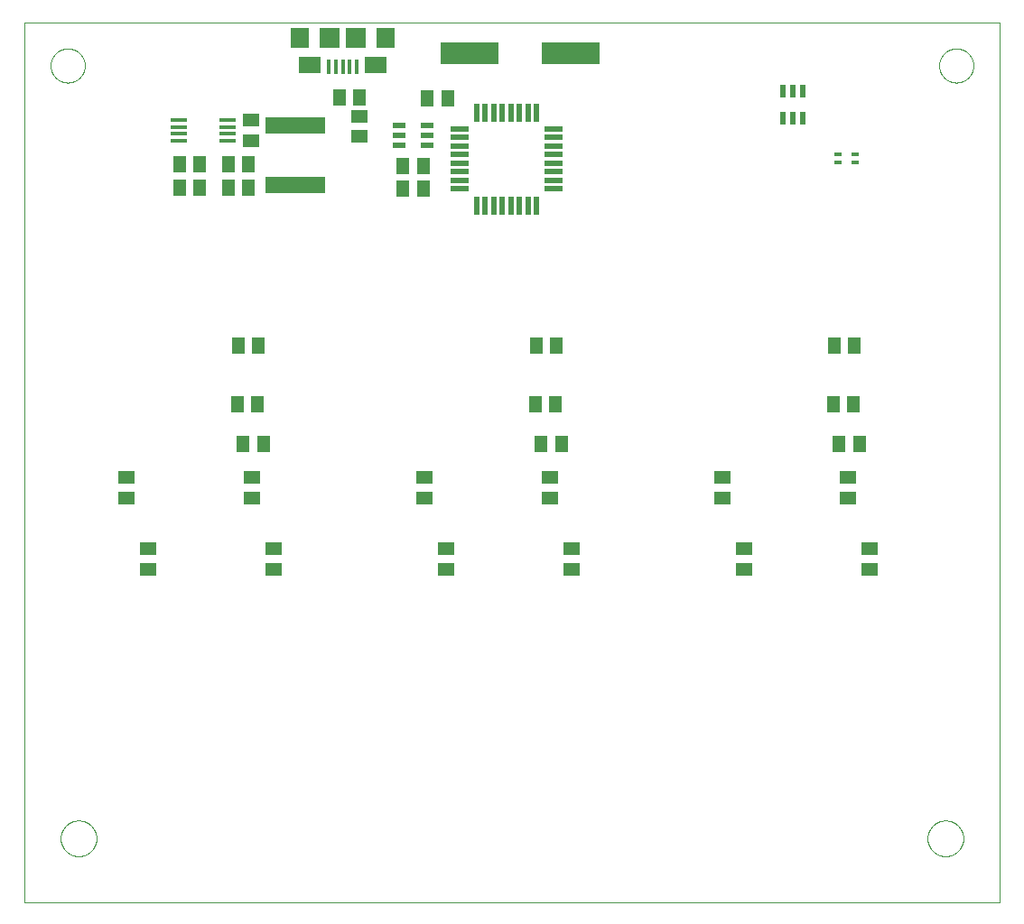
<source format=gtp>
G75*
%MOIN*%
%OFA0B0*%
%FSLAX25Y25*%
%IPPOS*%
%LPD*%
%AMOC8*
5,1,8,0,0,1.08239X$1,22.5*
%
%ADD10C,0.00000*%
%ADD11R,0.05118X0.05906*%
%ADD12R,0.01575X0.05315*%
%ADD13R,0.08268X0.06299*%
%ADD14R,0.07087X0.07480*%
%ADD15R,0.07480X0.07480*%
%ADD16R,0.05906X0.05118*%
%ADD17R,0.21654X0.07874*%
%ADD18R,0.06000X0.01772*%
%ADD19R,0.22441X0.06299*%
%ADD20R,0.07000X0.02000*%
%ADD21R,0.02000X0.07000*%
%ADD22R,0.03150X0.01575*%
%ADD23R,0.04724X0.02165*%
%ADD24R,0.02165X0.04724*%
D10*
X0001800Y0020033D02*
X0001800Y0345033D01*
X0361800Y0345033D01*
X0361800Y0020033D01*
X0001800Y0020033D01*
X0015200Y0043533D02*
X0015202Y0043695D01*
X0015208Y0043857D01*
X0015218Y0044019D01*
X0015232Y0044180D01*
X0015250Y0044341D01*
X0015271Y0044501D01*
X0015297Y0044661D01*
X0015327Y0044821D01*
X0015360Y0044979D01*
X0015398Y0045137D01*
X0015439Y0045293D01*
X0015484Y0045449D01*
X0015533Y0045603D01*
X0015586Y0045756D01*
X0015642Y0045908D01*
X0015702Y0046059D01*
X0015766Y0046208D01*
X0015834Y0046355D01*
X0015905Y0046500D01*
X0015979Y0046644D01*
X0016057Y0046786D01*
X0016139Y0046926D01*
X0016224Y0047064D01*
X0016312Y0047200D01*
X0016404Y0047333D01*
X0016499Y0047465D01*
X0016597Y0047594D01*
X0016698Y0047720D01*
X0016802Y0047844D01*
X0016910Y0047965D01*
X0017020Y0048084D01*
X0017133Y0048200D01*
X0017249Y0048313D01*
X0017368Y0048423D01*
X0017489Y0048531D01*
X0017613Y0048635D01*
X0017739Y0048736D01*
X0017868Y0048834D01*
X0018000Y0048929D01*
X0018133Y0049021D01*
X0018269Y0049109D01*
X0018407Y0049194D01*
X0018547Y0049276D01*
X0018689Y0049354D01*
X0018833Y0049428D01*
X0018978Y0049499D01*
X0019125Y0049567D01*
X0019274Y0049631D01*
X0019425Y0049691D01*
X0019577Y0049747D01*
X0019730Y0049800D01*
X0019884Y0049849D01*
X0020040Y0049894D01*
X0020196Y0049935D01*
X0020354Y0049973D01*
X0020512Y0050006D01*
X0020672Y0050036D01*
X0020832Y0050062D01*
X0020992Y0050083D01*
X0021153Y0050101D01*
X0021314Y0050115D01*
X0021476Y0050125D01*
X0021638Y0050131D01*
X0021800Y0050133D01*
X0021962Y0050131D01*
X0022124Y0050125D01*
X0022286Y0050115D01*
X0022447Y0050101D01*
X0022608Y0050083D01*
X0022768Y0050062D01*
X0022928Y0050036D01*
X0023088Y0050006D01*
X0023246Y0049973D01*
X0023404Y0049935D01*
X0023560Y0049894D01*
X0023716Y0049849D01*
X0023870Y0049800D01*
X0024023Y0049747D01*
X0024175Y0049691D01*
X0024326Y0049631D01*
X0024475Y0049567D01*
X0024622Y0049499D01*
X0024767Y0049428D01*
X0024911Y0049354D01*
X0025053Y0049276D01*
X0025193Y0049194D01*
X0025331Y0049109D01*
X0025467Y0049021D01*
X0025600Y0048929D01*
X0025732Y0048834D01*
X0025861Y0048736D01*
X0025987Y0048635D01*
X0026111Y0048531D01*
X0026232Y0048423D01*
X0026351Y0048313D01*
X0026467Y0048200D01*
X0026580Y0048084D01*
X0026690Y0047965D01*
X0026798Y0047844D01*
X0026902Y0047720D01*
X0027003Y0047594D01*
X0027101Y0047465D01*
X0027196Y0047333D01*
X0027288Y0047200D01*
X0027376Y0047064D01*
X0027461Y0046926D01*
X0027543Y0046786D01*
X0027621Y0046644D01*
X0027695Y0046500D01*
X0027766Y0046355D01*
X0027834Y0046208D01*
X0027898Y0046059D01*
X0027958Y0045908D01*
X0028014Y0045756D01*
X0028067Y0045603D01*
X0028116Y0045449D01*
X0028161Y0045293D01*
X0028202Y0045137D01*
X0028240Y0044979D01*
X0028273Y0044821D01*
X0028303Y0044661D01*
X0028329Y0044501D01*
X0028350Y0044341D01*
X0028368Y0044180D01*
X0028382Y0044019D01*
X0028392Y0043857D01*
X0028398Y0043695D01*
X0028400Y0043533D01*
X0028398Y0043371D01*
X0028392Y0043209D01*
X0028382Y0043047D01*
X0028368Y0042886D01*
X0028350Y0042725D01*
X0028329Y0042565D01*
X0028303Y0042405D01*
X0028273Y0042245D01*
X0028240Y0042087D01*
X0028202Y0041929D01*
X0028161Y0041773D01*
X0028116Y0041617D01*
X0028067Y0041463D01*
X0028014Y0041310D01*
X0027958Y0041158D01*
X0027898Y0041007D01*
X0027834Y0040858D01*
X0027766Y0040711D01*
X0027695Y0040566D01*
X0027621Y0040422D01*
X0027543Y0040280D01*
X0027461Y0040140D01*
X0027376Y0040002D01*
X0027288Y0039866D01*
X0027196Y0039733D01*
X0027101Y0039601D01*
X0027003Y0039472D01*
X0026902Y0039346D01*
X0026798Y0039222D01*
X0026690Y0039101D01*
X0026580Y0038982D01*
X0026467Y0038866D01*
X0026351Y0038753D01*
X0026232Y0038643D01*
X0026111Y0038535D01*
X0025987Y0038431D01*
X0025861Y0038330D01*
X0025732Y0038232D01*
X0025600Y0038137D01*
X0025467Y0038045D01*
X0025331Y0037957D01*
X0025193Y0037872D01*
X0025053Y0037790D01*
X0024911Y0037712D01*
X0024767Y0037638D01*
X0024622Y0037567D01*
X0024475Y0037499D01*
X0024326Y0037435D01*
X0024175Y0037375D01*
X0024023Y0037319D01*
X0023870Y0037266D01*
X0023716Y0037217D01*
X0023560Y0037172D01*
X0023404Y0037131D01*
X0023246Y0037093D01*
X0023088Y0037060D01*
X0022928Y0037030D01*
X0022768Y0037004D01*
X0022608Y0036983D01*
X0022447Y0036965D01*
X0022286Y0036951D01*
X0022124Y0036941D01*
X0021962Y0036935D01*
X0021800Y0036933D01*
X0021638Y0036935D01*
X0021476Y0036941D01*
X0021314Y0036951D01*
X0021153Y0036965D01*
X0020992Y0036983D01*
X0020832Y0037004D01*
X0020672Y0037030D01*
X0020512Y0037060D01*
X0020354Y0037093D01*
X0020196Y0037131D01*
X0020040Y0037172D01*
X0019884Y0037217D01*
X0019730Y0037266D01*
X0019577Y0037319D01*
X0019425Y0037375D01*
X0019274Y0037435D01*
X0019125Y0037499D01*
X0018978Y0037567D01*
X0018833Y0037638D01*
X0018689Y0037712D01*
X0018547Y0037790D01*
X0018407Y0037872D01*
X0018269Y0037957D01*
X0018133Y0038045D01*
X0018000Y0038137D01*
X0017868Y0038232D01*
X0017739Y0038330D01*
X0017613Y0038431D01*
X0017489Y0038535D01*
X0017368Y0038643D01*
X0017249Y0038753D01*
X0017133Y0038866D01*
X0017020Y0038982D01*
X0016910Y0039101D01*
X0016802Y0039222D01*
X0016698Y0039346D01*
X0016597Y0039472D01*
X0016499Y0039601D01*
X0016404Y0039733D01*
X0016312Y0039866D01*
X0016224Y0040002D01*
X0016139Y0040140D01*
X0016057Y0040280D01*
X0015979Y0040422D01*
X0015905Y0040566D01*
X0015834Y0040711D01*
X0015766Y0040858D01*
X0015702Y0041007D01*
X0015642Y0041158D01*
X0015586Y0041310D01*
X0015533Y0041463D01*
X0015484Y0041617D01*
X0015439Y0041773D01*
X0015398Y0041929D01*
X0015360Y0042087D01*
X0015327Y0042245D01*
X0015297Y0042405D01*
X0015271Y0042565D01*
X0015250Y0042725D01*
X0015232Y0042886D01*
X0015218Y0043047D01*
X0015208Y0043209D01*
X0015202Y0043371D01*
X0015200Y0043533D01*
X0011501Y0329033D02*
X0011503Y0329191D01*
X0011509Y0329349D01*
X0011519Y0329507D01*
X0011533Y0329665D01*
X0011551Y0329822D01*
X0011572Y0329979D01*
X0011598Y0330135D01*
X0011628Y0330291D01*
X0011661Y0330446D01*
X0011699Y0330599D01*
X0011740Y0330752D01*
X0011785Y0330904D01*
X0011834Y0331055D01*
X0011887Y0331204D01*
X0011943Y0331352D01*
X0012003Y0331498D01*
X0012067Y0331643D01*
X0012135Y0331786D01*
X0012206Y0331928D01*
X0012280Y0332068D01*
X0012358Y0332205D01*
X0012440Y0332341D01*
X0012524Y0332475D01*
X0012613Y0332606D01*
X0012704Y0332735D01*
X0012799Y0332862D01*
X0012896Y0332987D01*
X0012997Y0333109D01*
X0013101Y0333228D01*
X0013208Y0333345D01*
X0013318Y0333459D01*
X0013431Y0333570D01*
X0013546Y0333679D01*
X0013664Y0333784D01*
X0013785Y0333886D01*
X0013908Y0333986D01*
X0014034Y0334082D01*
X0014162Y0334175D01*
X0014292Y0334265D01*
X0014425Y0334351D01*
X0014560Y0334435D01*
X0014696Y0334514D01*
X0014835Y0334591D01*
X0014976Y0334663D01*
X0015118Y0334733D01*
X0015262Y0334798D01*
X0015408Y0334860D01*
X0015555Y0334918D01*
X0015704Y0334973D01*
X0015854Y0335024D01*
X0016005Y0335071D01*
X0016157Y0335114D01*
X0016310Y0335153D01*
X0016465Y0335189D01*
X0016620Y0335220D01*
X0016776Y0335248D01*
X0016932Y0335272D01*
X0017089Y0335292D01*
X0017247Y0335308D01*
X0017404Y0335320D01*
X0017563Y0335328D01*
X0017721Y0335332D01*
X0017879Y0335332D01*
X0018037Y0335328D01*
X0018196Y0335320D01*
X0018353Y0335308D01*
X0018511Y0335292D01*
X0018668Y0335272D01*
X0018824Y0335248D01*
X0018980Y0335220D01*
X0019135Y0335189D01*
X0019290Y0335153D01*
X0019443Y0335114D01*
X0019595Y0335071D01*
X0019746Y0335024D01*
X0019896Y0334973D01*
X0020045Y0334918D01*
X0020192Y0334860D01*
X0020338Y0334798D01*
X0020482Y0334733D01*
X0020624Y0334663D01*
X0020765Y0334591D01*
X0020904Y0334514D01*
X0021040Y0334435D01*
X0021175Y0334351D01*
X0021308Y0334265D01*
X0021438Y0334175D01*
X0021566Y0334082D01*
X0021692Y0333986D01*
X0021815Y0333886D01*
X0021936Y0333784D01*
X0022054Y0333679D01*
X0022169Y0333570D01*
X0022282Y0333459D01*
X0022392Y0333345D01*
X0022499Y0333228D01*
X0022603Y0333109D01*
X0022704Y0332987D01*
X0022801Y0332862D01*
X0022896Y0332735D01*
X0022987Y0332606D01*
X0023076Y0332475D01*
X0023160Y0332341D01*
X0023242Y0332205D01*
X0023320Y0332068D01*
X0023394Y0331928D01*
X0023465Y0331786D01*
X0023533Y0331643D01*
X0023597Y0331498D01*
X0023657Y0331352D01*
X0023713Y0331204D01*
X0023766Y0331055D01*
X0023815Y0330904D01*
X0023860Y0330752D01*
X0023901Y0330599D01*
X0023939Y0330446D01*
X0023972Y0330291D01*
X0024002Y0330135D01*
X0024028Y0329979D01*
X0024049Y0329822D01*
X0024067Y0329665D01*
X0024081Y0329507D01*
X0024091Y0329349D01*
X0024097Y0329191D01*
X0024099Y0329033D01*
X0024097Y0328875D01*
X0024091Y0328717D01*
X0024081Y0328559D01*
X0024067Y0328401D01*
X0024049Y0328244D01*
X0024028Y0328087D01*
X0024002Y0327931D01*
X0023972Y0327775D01*
X0023939Y0327620D01*
X0023901Y0327467D01*
X0023860Y0327314D01*
X0023815Y0327162D01*
X0023766Y0327011D01*
X0023713Y0326862D01*
X0023657Y0326714D01*
X0023597Y0326568D01*
X0023533Y0326423D01*
X0023465Y0326280D01*
X0023394Y0326138D01*
X0023320Y0325998D01*
X0023242Y0325861D01*
X0023160Y0325725D01*
X0023076Y0325591D01*
X0022987Y0325460D01*
X0022896Y0325331D01*
X0022801Y0325204D01*
X0022704Y0325079D01*
X0022603Y0324957D01*
X0022499Y0324838D01*
X0022392Y0324721D01*
X0022282Y0324607D01*
X0022169Y0324496D01*
X0022054Y0324387D01*
X0021936Y0324282D01*
X0021815Y0324180D01*
X0021692Y0324080D01*
X0021566Y0323984D01*
X0021438Y0323891D01*
X0021308Y0323801D01*
X0021175Y0323715D01*
X0021040Y0323631D01*
X0020904Y0323552D01*
X0020765Y0323475D01*
X0020624Y0323403D01*
X0020482Y0323333D01*
X0020338Y0323268D01*
X0020192Y0323206D01*
X0020045Y0323148D01*
X0019896Y0323093D01*
X0019746Y0323042D01*
X0019595Y0322995D01*
X0019443Y0322952D01*
X0019290Y0322913D01*
X0019135Y0322877D01*
X0018980Y0322846D01*
X0018824Y0322818D01*
X0018668Y0322794D01*
X0018511Y0322774D01*
X0018353Y0322758D01*
X0018196Y0322746D01*
X0018037Y0322738D01*
X0017879Y0322734D01*
X0017721Y0322734D01*
X0017563Y0322738D01*
X0017404Y0322746D01*
X0017247Y0322758D01*
X0017089Y0322774D01*
X0016932Y0322794D01*
X0016776Y0322818D01*
X0016620Y0322846D01*
X0016465Y0322877D01*
X0016310Y0322913D01*
X0016157Y0322952D01*
X0016005Y0322995D01*
X0015854Y0323042D01*
X0015704Y0323093D01*
X0015555Y0323148D01*
X0015408Y0323206D01*
X0015262Y0323268D01*
X0015118Y0323333D01*
X0014976Y0323403D01*
X0014835Y0323475D01*
X0014696Y0323552D01*
X0014560Y0323631D01*
X0014425Y0323715D01*
X0014292Y0323801D01*
X0014162Y0323891D01*
X0014034Y0323984D01*
X0013908Y0324080D01*
X0013785Y0324180D01*
X0013664Y0324282D01*
X0013546Y0324387D01*
X0013431Y0324496D01*
X0013318Y0324607D01*
X0013208Y0324721D01*
X0013101Y0324838D01*
X0012997Y0324957D01*
X0012896Y0325079D01*
X0012799Y0325204D01*
X0012704Y0325331D01*
X0012613Y0325460D01*
X0012524Y0325591D01*
X0012440Y0325725D01*
X0012358Y0325861D01*
X0012280Y0325998D01*
X0012206Y0326138D01*
X0012135Y0326280D01*
X0012067Y0326423D01*
X0012003Y0326568D01*
X0011943Y0326714D01*
X0011887Y0326862D01*
X0011834Y0327011D01*
X0011785Y0327162D01*
X0011740Y0327314D01*
X0011699Y0327467D01*
X0011661Y0327620D01*
X0011628Y0327775D01*
X0011598Y0327931D01*
X0011572Y0328087D01*
X0011551Y0328244D01*
X0011533Y0328401D01*
X0011519Y0328559D01*
X0011509Y0328717D01*
X0011503Y0328875D01*
X0011501Y0329033D01*
X0335200Y0043533D02*
X0335202Y0043695D01*
X0335208Y0043857D01*
X0335218Y0044019D01*
X0335232Y0044180D01*
X0335250Y0044341D01*
X0335271Y0044501D01*
X0335297Y0044661D01*
X0335327Y0044821D01*
X0335360Y0044979D01*
X0335398Y0045137D01*
X0335439Y0045293D01*
X0335484Y0045449D01*
X0335533Y0045603D01*
X0335586Y0045756D01*
X0335642Y0045908D01*
X0335702Y0046059D01*
X0335766Y0046208D01*
X0335834Y0046355D01*
X0335905Y0046500D01*
X0335979Y0046644D01*
X0336057Y0046786D01*
X0336139Y0046926D01*
X0336224Y0047064D01*
X0336312Y0047200D01*
X0336404Y0047333D01*
X0336499Y0047465D01*
X0336597Y0047594D01*
X0336698Y0047720D01*
X0336802Y0047844D01*
X0336910Y0047965D01*
X0337020Y0048084D01*
X0337133Y0048200D01*
X0337249Y0048313D01*
X0337368Y0048423D01*
X0337489Y0048531D01*
X0337613Y0048635D01*
X0337739Y0048736D01*
X0337868Y0048834D01*
X0338000Y0048929D01*
X0338133Y0049021D01*
X0338269Y0049109D01*
X0338407Y0049194D01*
X0338547Y0049276D01*
X0338689Y0049354D01*
X0338833Y0049428D01*
X0338978Y0049499D01*
X0339125Y0049567D01*
X0339274Y0049631D01*
X0339425Y0049691D01*
X0339577Y0049747D01*
X0339730Y0049800D01*
X0339884Y0049849D01*
X0340040Y0049894D01*
X0340196Y0049935D01*
X0340354Y0049973D01*
X0340512Y0050006D01*
X0340672Y0050036D01*
X0340832Y0050062D01*
X0340992Y0050083D01*
X0341153Y0050101D01*
X0341314Y0050115D01*
X0341476Y0050125D01*
X0341638Y0050131D01*
X0341800Y0050133D01*
X0341962Y0050131D01*
X0342124Y0050125D01*
X0342286Y0050115D01*
X0342447Y0050101D01*
X0342608Y0050083D01*
X0342768Y0050062D01*
X0342928Y0050036D01*
X0343088Y0050006D01*
X0343246Y0049973D01*
X0343404Y0049935D01*
X0343560Y0049894D01*
X0343716Y0049849D01*
X0343870Y0049800D01*
X0344023Y0049747D01*
X0344175Y0049691D01*
X0344326Y0049631D01*
X0344475Y0049567D01*
X0344622Y0049499D01*
X0344767Y0049428D01*
X0344911Y0049354D01*
X0345053Y0049276D01*
X0345193Y0049194D01*
X0345331Y0049109D01*
X0345467Y0049021D01*
X0345600Y0048929D01*
X0345732Y0048834D01*
X0345861Y0048736D01*
X0345987Y0048635D01*
X0346111Y0048531D01*
X0346232Y0048423D01*
X0346351Y0048313D01*
X0346467Y0048200D01*
X0346580Y0048084D01*
X0346690Y0047965D01*
X0346798Y0047844D01*
X0346902Y0047720D01*
X0347003Y0047594D01*
X0347101Y0047465D01*
X0347196Y0047333D01*
X0347288Y0047200D01*
X0347376Y0047064D01*
X0347461Y0046926D01*
X0347543Y0046786D01*
X0347621Y0046644D01*
X0347695Y0046500D01*
X0347766Y0046355D01*
X0347834Y0046208D01*
X0347898Y0046059D01*
X0347958Y0045908D01*
X0348014Y0045756D01*
X0348067Y0045603D01*
X0348116Y0045449D01*
X0348161Y0045293D01*
X0348202Y0045137D01*
X0348240Y0044979D01*
X0348273Y0044821D01*
X0348303Y0044661D01*
X0348329Y0044501D01*
X0348350Y0044341D01*
X0348368Y0044180D01*
X0348382Y0044019D01*
X0348392Y0043857D01*
X0348398Y0043695D01*
X0348400Y0043533D01*
X0348398Y0043371D01*
X0348392Y0043209D01*
X0348382Y0043047D01*
X0348368Y0042886D01*
X0348350Y0042725D01*
X0348329Y0042565D01*
X0348303Y0042405D01*
X0348273Y0042245D01*
X0348240Y0042087D01*
X0348202Y0041929D01*
X0348161Y0041773D01*
X0348116Y0041617D01*
X0348067Y0041463D01*
X0348014Y0041310D01*
X0347958Y0041158D01*
X0347898Y0041007D01*
X0347834Y0040858D01*
X0347766Y0040711D01*
X0347695Y0040566D01*
X0347621Y0040422D01*
X0347543Y0040280D01*
X0347461Y0040140D01*
X0347376Y0040002D01*
X0347288Y0039866D01*
X0347196Y0039733D01*
X0347101Y0039601D01*
X0347003Y0039472D01*
X0346902Y0039346D01*
X0346798Y0039222D01*
X0346690Y0039101D01*
X0346580Y0038982D01*
X0346467Y0038866D01*
X0346351Y0038753D01*
X0346232Y0038643D01*
X0346111Y0038535D01*
X0345987Y0038431D01*
X0345861Y0038330D01*
X0345732Y0038232D01*
X0345600Y0038137D01*
X0345467Y0038045D01*
X0345331Y0037957D01*
X0345193Y0037872D01*
X0345053Y0037790D01*
X0344911Y0037712D01*
X0344767Y0037638D01*
X0344622Y0037567D01*
X0344475Y0037499D01*
X0344326Y0037435D01*
X0344175Y0037375D01*
X0344023Y0037319D01*
X0343870Y0037266D01*
X0343716Y0037217D01*
X0343560Y0037172D01*
X0343404Y0037131D01*
X0343246Y0037093D01*
X0343088Y0037060D01*
X0342928Y0037030D01*
X0342768Y0037004D01*
X0342608Y0036983D01*
X0342447Y0036965D01*
X0342286Y0036951D01*
X0342124Y0036941D01*
X0341962Y0036935D01*
X0341800Y0036933D01*
X0341638Y0036935D01*
X0341476Y0036941D01*
X0341314Y0036951D01*
X0341153Y0036965D01*
X0340992Y0036983D01*
X0340832Y0037004D01*
X0340672Y0037030D01*
X0340512Y0037060D01*
X0340354Y0037093D01*
X0340196Y0037131D01*
X0340040Y0037172D01*
X0339884Y0037217D01*
X0339730Y0037266D01*
X0339577Y0037319D01*
X0339425Y0037375D01*
X0339274Y0037435D01*
X0339125Y0037499D01*
X0338978Y0037567D01*
X0338833Y0037638D01*
X0338689Y0037712D01*
X0338547Y0037790D01*
X0338407Y0037872D01*
X0338269Y0037957D01*
X0338133Y0038045D01*
X0338000Y0038137D01*
X0337868Y0038232D01*
X0337739Y0038330D01*
X0337613Y0038431D01*
X0337489Y0038535D01*
X0337368Y0038643D01*
X0337249Y0038753D01*
X0337133Y0038866D01*
X0337020Y0038982D01*
X0336910Y0039101D01*
X0336802Y0039222D01*
X0336698Y0039346D01*
X0336597Y0039472D01*
X0336499Y0039601D01*
X0336404Y0039733D01*
X0336312Y0039866D01*
X0336224Y0040002D01*
X0336139Y0040140D01*
X0336057Y0040280D01*
X0335979Y0040422D01*
X0335905Y0040566D01*
X0335834Y0040711D01*
X0335766Y0040858D01*
X0335702Y0041007D01*
X0335642Y0041158D01*
X0335586Y0041310D01*
X0335533Y0041463D01*
X0335484Y0041617D01*
X0335439Y0041773D01*
X0335398Y0041929D01*
X0335360Y0042087D01*
X0335327Y0042245D01*
X0335297Y0042405D01*
X0335271Y0042565D01*
X0335250Y0042725D01*
X0335232Y0042886D01*
X0335218Y0043047D01*
X0335208Y0043209D01*
X0335202Y0043371D01*
X0335200Y0043533D01*
X0339501Y0329033D02*
X0339503Y0329191D01*
X0339509Y0329349D01*
X0339519Y0329507D01*
X0339533Y0329665D01*
X0339551Y0329822D01*
X0339572Y0329979D01*
X0339598Y0330135D01*
X0339628Y0330291D01*
X0339661Y0330446D01*
X0339699Y0330599D01*
X0339740Y0330752D01*
X0339785Y0330904D01*
X0339834Y0331055D01*
X0339887Y0331204D01*
X0339943Y0331352D01*
X0340003Y0331498D01*
X0340067Y0331643D01*
X0340135Y0331786D01*
X0340206Y0331928D01*
X0340280Y0332068D01*
X0340358Y0332205D01*
X0340440Y0332341D01*
X0340524Y0332475D01*
X0340613Y0332606D01*
X0340704Y0332735D01*
X0340799Y0332862D01*
X0340896Y0332987D01*
X0340997Y0333109D01*
X0341101Y0333228D01*
X0341208Y0333345D01*
X0341318Y0333459D01*
X0341431Y0333570D01*
X0341546Y0333679D01*
X0341664Y0333784D01*
X0341785Y0333886D01*
X0341908Y0333986D01*
X0342034Y0334082D01*
X0342162Y0334175D01*
X0342292Y0334265D01*
X0342425Y0334351D01*
X0342560Y0334435D01*
X0342696Y0334514D01*
X0342835Y0334591D01*
X0342976Y0334663D01*
X0343118Y0334733D01*
X0343262Y0334798D01*
X0343408Y0334860D01*
X0343555Y0334918D01*
X0343704Y0334973D01*
X0343854Y0335024D01*
X0344005Y0335071D01*
X0344157Y0335114D01*
X0344310Y0335153D01*
X0344465Y0335189D01*
X0344620Y0335220D01*
X0344776Y0335248D01*
X0344932Y0335272D01*
X0345089Y0335292D01*
X0345247Y0335308D01*
X0345404Y0335320D01*
X0345563Y0335328D01*
X0345721Y0335332D01*
X0345879Y0335332D01*
X0346037Y0335328D01*
X0346196Y0335320D01*
X0346353Y0335308D01*
X0346511Y0335292D01*
X0346668Y0335272D01*
X0346824Y0335248D01*
X0346980Y0335220D01*
X0347135Y0335189D01*
X0347290Y0335153D01*
X0347443Y0335114D01*
X0347595Y0335071D01*
X0347746Y0335024D01*
X0347896Y0334973D01*
X0348045Y0334918D01*
X0348192Y0334860D01*
X0348338Y0334798D01*
X0348482Y0334733D01*
X0348624Y0334663D01*
X0348765Y0334591D01*
X0348904Y0334514D01*
X0349040Y0334435D01*
X0349175Y0334351D01*
X0349308Y0334265D01*
X0349438Y0334175D01*
X0349566Y0334082D01*
X0349692Y0333986D01*
X0349815Y0333886D01*
X0349936Y0333784D01*
X0350054Y0333679D01*
X0350169Y0333570D01*
X0350282Y0333459D01*
X0350392Y0333345D01*
X0350499Y0333228D01*
X0350603Y0333109D01*
X0350704Y0332987D01*
X0350801Y0332862D01*
X0350896Y0332735D01*
X0350987Y0332606D01*
X0351076Y0332475D01*
X0351160Y0332341D01*
X0351242Y0332205D01*
X0351320Y0332068D01*
X0351394Y0331928D01*
X0351465Y0331786D01*
X0351533Y0331643D01*
X0351597Y0331498D01*
X0351657Y0331352D01*
X0351713Y0331204D01*
X0351766Y0331055D01*
X0351815Y0330904D01*
X0351860Y0330752D01*
X0351901Y0330599D01*
X0351939Y0330446D01*
X0351972Y0330291D01*
X0352002Y0330135D01*
X0352028Y0329979D01*
X0352049Y0329822D01*
X0352067Y0329665D01*
X0352081Y0329507D01*
X0352091Y0329349D01*
X0352097Y0329191D01*
X0352099Y0329033D01*
X0352097Y0328875D01*
X0352091Y0328717D01*
X0352081Y0328559D01*
X0352067Y0328401D01*
X0352049Y0328244D01*
X0352028Y0328087D01*
X0352002Y0327931D01*
X0351972Y0327775D01*
X0351939Y0327620D01*
X0351901Y0327467D01*
X0351860Y0327314D01*
X0351815Y0327162D01*
X0351766Y0327011D01*
X0351713Y0326862D01*
X0351657Y0326714D01*
X0351597Y0326568D01*
X0351533Y0326423D01*
X0351465Y0326280D01*
X0351394Y0326138D01*
X0351320Y0325998D01*
X0351242Y0325861D01*
X0351160Y0325725D01*
X0351076Y0325591D01*
X0350987Y0325460D01*
X0350896Y0325331D01*
X0350801Y0325204D01*
X0350704Y0325079D01*
X0350603Y0324957D01*
X0350499Y0324838D01*
X0350392Y0324721D01*
X0350282Y0324607D01*
X0350169Y0324496D01*
X0350054Y0324387D01*
X0349936Y0324282D01*
X0349815Y0324180D01*
X0349692Y0324080D01*
X0349566Y0323984D01*
X0349438Y0323891D01*
X0349308Y0323801D01*
X0349175Y0323715D01*
X0349040Y0323631D01*
X0348904Y0323552D01*
X0348765Y0323475D01*
X0348624Y0323403D01*
X0348482Y0323333D01*
X0348338Y0323268D01*
X0348192Y0323206D01*
X0348045Y0323148D01*
X0347896Y0323093D01*
X0347746Y0323042D01*
X0347595Y0322995D01*
X0347443Y0322952D01*
X0347290Y0322913D01*
X0347135Y0322877D01*
X0346980Y0322846D01*
X0346824Y0322818D01*
X0346668Y0322794D01*
X0346511Y0322774D01*
X0346353Y0322758D01*
X0346196Y0322746D01*
X0346037Y0322738D01*
X0345879Y0322734D01*
X0345721Y0322734D01*
X0345563Y0322738D01*
X0345404Y0322746D01*
X0345247Y0322758D01*
X0345089Y0322774D01*
X0344932Y0322794D01*
X0344776Y0322818D01*
X0344620Y0322846D01*
X0344465Y0322877D01*
X0344310Y0322913D01*
X0344157Y0322952D01*
X0344005Y0322995D01*
X0343854Y0323042D01*
X0343704Y0323093D01*
X0343555Y0323148D01*
X0343408Y0323206D01*
X0343262Y0323268D01*
X0343118Y0323333D01*
X0342976Y0323403D01*
X0342835Y0323475D01*
X0342696Y0323552D01*
X0342560Y0323631D01*
X0342425Y0323715D01*
X0342292Y0323801D01*
X0342162Y0323891D01*
X0342034Y0323984D01*
X0341908Y0324080D01*
X0341785Y0324180D01*
X0341664Y0324282D01*
X0341546Y0324387D01*
X0341431Y0324496D01*
X0341318Y0324607D01*
X0341208Y0324721D01*
X0341101Y0324838D01*
X0340997Y0324957D01*
X0340896Y0325079D01*
X0340799Y0325204D01*
X0340704Y0325331D01*
X0340613Y0325460D01*
X0340524Y0325591D01*
X0340440Y0325725D01*
X0340358Y0325861D01*
X0340280Y0325998D01*
X0340206Y0326138D01*
X0340135Y0326280D01*
X0340067Y0326423D01*
X0340003Y0326568D01*
X0339943Y0326714D01*
X0339887Y0326862D01*
X0339834Y0327011D01*
X0339785Y0327162D01*
X0339740Y0327314D01*
X0339699Y0327467D01*
X0339661Y0327620D01*
X0339628Y0327775D01*
X0339598Y0327931D01*
X0339572Y0328087D01*
X0339551Y0328244D01*
X0339533Y0328401D01*
X0339519Y0328559D01*
X0339509Y0328717D01*
X0339503Y0328875D01*
X0339501Y0329033D01*
D11*
X0308290Y0225533D03*
X0300810Y0225533D03*
X0300310Y0204033D03*
X0307790Y0204033D03*
X0310040Y0189283D03*
X0302560Y0189283D03*
X0200040Y0189283D03*
X0192560Y0189283D03*
X0190310Y0204033D03*
X0197790Y0204033D03*
X0198290Y0225533D03*
X0190810Y0225533D03*
X0149040Y0283533D03*
X0141560Y0283533D03*
X0141560Y0292033D03*
X0149040Y0292033D03*
X0150560Y0317033D03*
X0158040Y0317033D03*
X0125540Y0317283D03*
X0118060Y0317283D03*
X0084540Y0292533D03*
X0077060Y0292533D03*
X0077060Y0284033D03*
X0084540Y0284033D03*
X0066540Y0284033D03*
X0059060Y0284033D03*
X0059060Y0292533D03*
X0066540Y0292533D03*
X0080810Y0225533D03*
X0088290Y0225533D03*
X0087790Y0204033D03*
X0080310Y0204033D03*
X0082560Y0189283D03*
X0090040Y0189283D03*
D12*
X0114182Y0328711D03*
X0116702Y0328711D03*
X0119300Y0328711D03*
X0121820Y0328711D03*
X0124418Y0328711D03*
D13*
X0131505Y0329183D03*
X0107095Y0329183D03*
D14*
X0103552Y0339222D03*
X0135048Y0339222D03*
D15*
X0124024Y0339222D03*
X0114576Y0339222D03*
D16*
X0125300Y0310274D03*
X0125300Y0302793D03*
X0085300Y0301293D03*
X0085300Y0308774D03*
X0085800Y0176774D03*
X0085800Y0169293D03*
X0093800Y0150524D03*
X0093800Y0143043D03*
X0047300Y0143043D03*
X0047300Y0150524D03*
X0039300Y0169293D03*
X0039300Y0176774D03*
X0149300Y0176774D03*
X0149300Y0169293D03*
X0157300Y0150524D03*
X0157300Y0143043D03*
X0195800Y0169293D03*
X0195800Y0176774D03*
X0203800Y0150524D03*
X0203800Y0143043D03*
X0259300Y0169293D03*
X0259300Y0176774D03*
X0267300Y0150524D03*
X0267300Y0143043D03*
X0305800Y0169293D03*
X0305800Y0176774D03*
X0313800Y0150524D03*
X0313800Y0143043D03*
D17*
X0203501Y0333533D03*
X0166099Y0333533D03*
D18*
X0076871Y0308872D03*
X0076871Y0306313D03*
X0076871Y0303754D03*
X0076871Y0301195D03*
X0058729Y0301195D03*
X0058729Y0303754D03*
X0058729Y0306313D03*
X0058729Y0308872D03*
D19*
X0101800Y0307057D03*
X0101800Y0285010D03*
D20*
X0162600Y0283533D03*
X0162600Y0286633D03*
X0162600Y0289833D03*
X0162600Y0292933D03*
X0162600Y0296133D03*
X0162600Y0299233D03*
X0162600Y0302433D03*
X0162600Y0305533D03*
X0197000Y0305533D03*
X0197000Y0302433D03*
X0197000Y0299233D03*
X0197000Y0296133D03*
X0197000Y0292933D03*
X0197000Y0289833D03*
X0197000Y0286633D03*
X0197000Y0283533D03*
D21*
X0190800Y0277333D03*
X0187700Y0277333D03*
X0184500Y0277333D03*
X0181400Y0277333D03*
X0178200Y0277333D03*
X0175100Y0277333D03*
X0171900Y0277333D03*
X0168800Y0277333D03*
X0168800Y0311733D03*
X0171900Y0311733D03*
X0175100Y0311733D03*
X0178200Y0311733D03*
X0181400Y0311733D03*
X0184500Y0311733D03*
X0187700Y0311733D03*
X0190800Y0311733D03*
D22*
X0302150Y0296358D03*
X0302150Y0293209D03*
X0308450Y0293209D03*
X0308450Y0296358D03*
D23*
X0150418Y0299543D03*
X0150418Y0303283D03*
X0150418Y0307024D03*
X0140182Y0307024D03*
X0140182Y0303283D03*
X0140182Y0299543D03*
D24*
X0281810Y0309415D03*
X0285550Y0309415D03*
X0289290Y0309415D03*
X0289290Y0319652D03*
X0285550Y0319652D03*
X0281810Y0319652D03*
M02*

</source>
